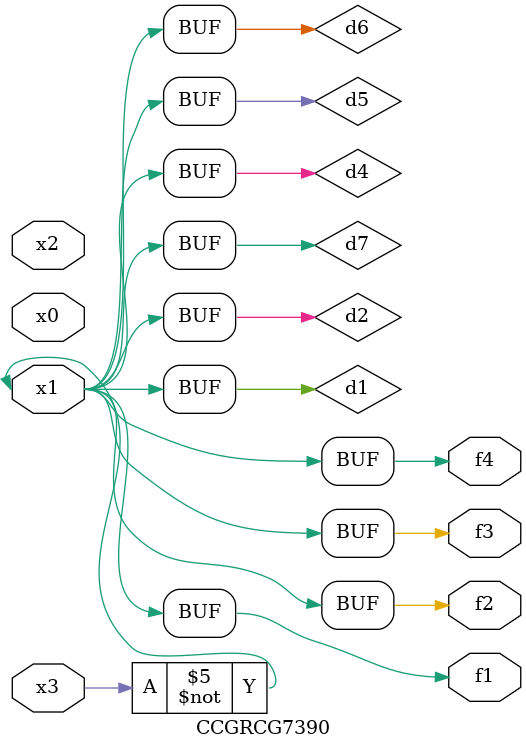
<source format=v>
module CCGRCG7390(
	input x0, x1, x2, x3,
	output f1, f2, f3, f4
);

	wire d1, d2, d3, d4, d5, d6, d7;

	not (d1, x3);
	buf (d2, x1);
	xnor (d3, d1, d2);
	nor (d4, d1);
	buf (d5, d1, d2);
	buf (d6, d4, d5);
	nand (d7, d4);
	assign f1 = d6;
	assign f2 = d7;
	assign f3 = d6;
	assign f4 = d6;
endmodule

</source>
